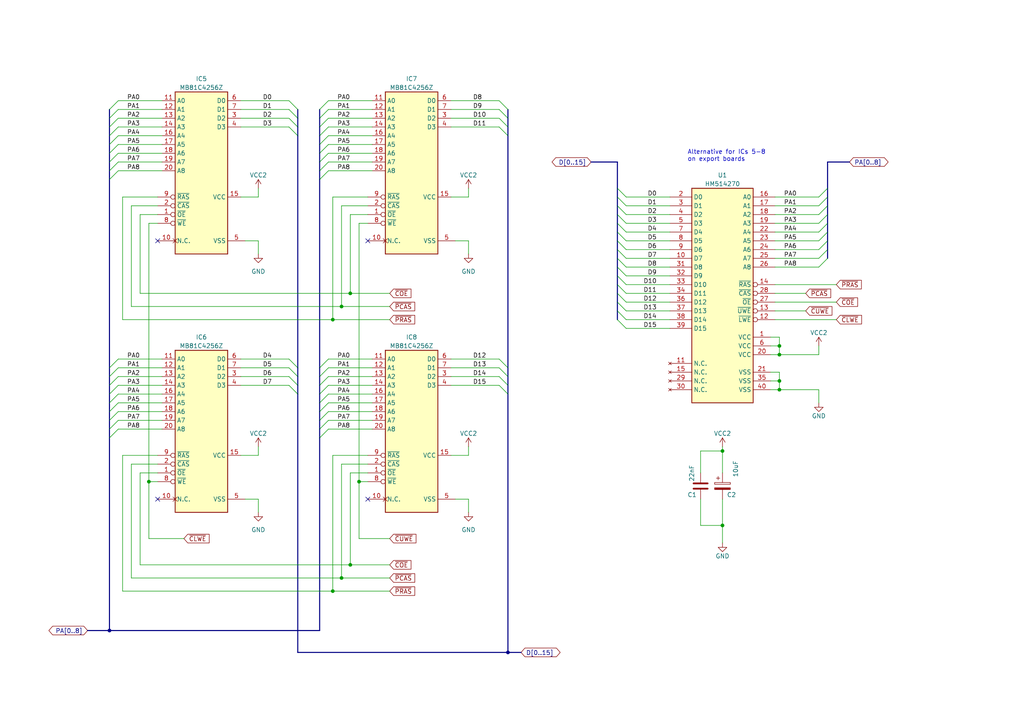
<source format=kicad_sch>
(kicad_sch (version 20230121) (generator eeschema)
  (paper "A4")
  (lib_symbols
    (symbol "Device:C" (pin_numbers hide) (pin_names (offset 0.254))
      (property "Reference" "C" (at 0.635 2.54 0))
      (property "Value" "C" (at 0.635 -2.54 0))
      (symbol "C_0_1"
        (polyline (pts (xy -2.032 -0.762) (xy 2.032 -0.762)) (stroke (width 0.508)))
        (polyline (pts (xy -2.032 0.762) (xy 2.032 0.762)) (stroke (width 0.508)))
      )
      (symbol "C_1_1"
        (pin passive line (at 0 3.81 270) (length 2.794) (name "~") (number "1"))
        (pin passive line (at 0 -3.81 90) (length 2.794) (name "~") (number "2"))
      )
    )
    (symbol "Device:C_Polarized" (pin_numbers hide) (pin_names (offset 0.254))
      (property "Reference" "C" (at 0.635 2.54 0))
      (property "Value" "C_Polarized" (at 0.635 -2.54 0))
      (symbol "C_Polarized_0_1"
        (rectangle (start -2.286 0.508) (end 2.286 1.016))
        (polyline (pts (xy -1.778 2.286) (xy -0.762 2.286)))
        (polyline (pts (xy -1.27 2.794) (xy -1.27 1.778)))
        (rectangle (start 2.286 -0.508) (end -2.286 -1.016) (fill (type outline)))
      )
      (symbol "C_Polarized_1_1"
        (pin passive line (at 0 3.81 270) (length 2.794) (name "~") (number "1"))
        (pin passive line (at 0 -3.81 90) (length 2.794) (name "~") (number "2"))
      )
    )
    (symbol "MegaCD_Library:HM514270"
      (property "Reference" "U" (at 0 36.83 0))
      (property "Value" "HM514270" (at 3.81 34.29 0))
      (symbol "HM514270_0_1"
        (rectangle (start -8.89 33.02) (end 8.89 -29.21) (stroke (width 0.254)) (fill (type background)))
      )
      (symbol "HM514270_1_1"
        (pin power_in line (at 13.97 -10.16 180) (length 5.08) (name "VCC") (number "1"))
        (pin tri_state line (at -15.24 12.7 0) (length 6.35) (name "D7") (number "10"))
        (pin no_connect line (at -15.24 -17.78 0) (length 6.35) (name "N.C.") (number "11"))
        (pin input inverted (at 15.24 -5.08 180) (length 6.35) (name "~{LWE}") (number "12"))
        (pin input inverted (at 15.24 -2.54 180) (length 6.35) (name "~{UWE}") (number "13"))
        (pin input inverted (at 15.24 5.08 180) (length 6.35) (name "~{RAS}") (number "14"))
        (pin no_connect line (at -15.24 -20.32 0) (length 6.35) (name "N.C.") (number "15"))
        (pin input line (at 15.24 30.48 180) (length 6.35) (name "A0") (number "16"))
        (pin input line (at 15.24 27.94 180) (length 6.35) (name "A1") (number "17"))
        (pin input line (at 15.24 25.4 180) (length 6.35) (name "A2") (number "18"))
        (pin input line (at 15.24 22.86 180) (length 6.35) (name "A3") (number "19"))
        (pin tri_state line (at -15.24 30.48 0) (length 6.35) (name "D0") (number "2"))
        (pin power_in line (at 13.97 -15.24 180) (length 5.08) (name "VCC") (number "20"))
        (pin power_in line (at 13.97 -20.32 180) (length 5.08) (name "VSS") (number "21"))
        (pin input line (at 15.24 20.32 180) (length 6.35) (name "A4") (number "22"))
        (pin input line (at 15.24 17.78 180) (length 6.35) (name "A5") (number "23"))
        (pin input line (at 15.24 15.24 180) (length 6.35) (name "A6") (number "24"))
        (pin input line (at 15.24 12.7 180) (length 6.35) (name "A7") (number "25"))
        (pin input line (at 15.24 10.16 180) (length 6.35) (name "A8") (number "26"))
        (pin input inverted (at 15.24 0 180) (length 6.35) (name "~{OE}") (number "27"))
        (pin input inverted (at 15.24 2.54 180) (length 6.35) (name "~{CAS}") (number "28"))
        (pin no_connect line (at -15.24 -22.86 0) (length 6.35) (name "N.C.") (number "29"))
        (pin tri_state line (at -15.24 27.94 0) (length 6.35) (name "D1") (number "3"))
        (pin no_connect line (at -15.24 -25.4 0) (length 6.35) (name "N.C.") (number "30"))
        (pin tri_state line (at -15.24 10.16 0) (length 6.35) (name "D8") (number "31"))
        (pin tri_state line (at -15.24 7.62 0) (length 6.35) (name "D9") (number "32"))
        (pin tri_state line (at -15.24 5.08 0) (length 6.35) (name "D10") (number "33"))
        (pin tri_state line (at -15.24 2.54 0) (length 6.35) (name "D11") (number "34"))
        (pin power_in line (at 13.97 -22.86 180) (length 5.08) (name "VSS") (number "35"))
        (pin tri_state line (at -15.24 0 0) (length 6.35) (name "D12") (number "36"))
        (pin tri_state line (at -15.24 -2.54 0) (length 6.35) (name "D13") (number "37"))
        (pin tri_state line (at -15.24 -5.08 0) (length 6.35) (name "D14") (number "38"))
        (pin tri_state line (at -15.24 -7.62 0) (length 6.35) (name "D15") (number "39"))
        (pin tri_state line (at -15.24 25.4 0) (length 6.35) (name "D2") (number "4"))
        (pin power_in line (at 13.97 -25.4 180) (length 5.08) (name "VSS") (number "40"))
        (pin tri_state line (at -15.24 22.86 0) (length 6.35) (name "D3") (number "5"))
        (pin power_in line (at 13.97 -12.7 180) (length 5.08) (name "VCC") (number "6"))
        (pin tri_state line (at -15.24 20.32 0) (length 6.35) (name "D4") (number "7"))
        (pin tri_state line (at -15.24 17.78 0) (length 6.35) (name "D5") (number "8"))
        (pin tri_state line (at -15.24 15.24 0) (length 6.35) (name "D6") (number "9"))
      )
    )
    (symbol "MegaCD_Library:MB81C4256Z"
      (property "Reference" "U" (at -1.27 30.48 0))
      (property "Value" "MB81C4256Z" (at -7.62 27.94 0))
      (symbol "MB81C4256Z_0_1"
        (rectangle (start -7.62 25.4) (end 7.62 -21.59) (stroke (width 0.254)) (fill (type background)))
      )
      (symbol "MB81C4256Z_1_0"
        (pin power_in line (at 11.43 -5.08 180) (length 3.81) (name "VCC") (number "15"))
        (pin power_in line (at 12.7 -17.78 180) (length 5.08) (name "VSS") (number "5"))
      )
      (symbol "MB81C4256Z_1_1"
        (pin input inverted (at -12.7 -10.16 0) (length 5.08) (name "~{OE}") (number "1"))
        (pin input non_logic (at -12.7 -17.78 0) (length 5.08) (name "N.C.") (number "10"))
        (pin input line (at -11.43 22.86 0) (length 3.81) (name "A0") (number "11"))
        (pin input line (at -11.43 20.32 0) (length 3.81) (name "A1") (number "12"))
        (pin input line (at -11.43 17.78 0) (length 3.81) (name "A2") (number "13"))
        (pin input line (at -11.43 15.24 0) (length 3.81) (name "A3") (number "14"))
        (pin input line (at -11.43 12.7 0) (length 3.81) (name "A4") (number "16"))
        (pin input line (at -11.43 10.16 0) (length 3.81) (name "A5") (number "17"))
        (pin input line (at -11.43 7.62 0) (length 3.81) (name "A6") (number "18"))
        (pin input line (at -11.43 5.08 0) (length 3.81) (name "A7") (number "19"))
        (pin input inverted (at -12.7 -7.62 0) (length 5.08) (name "~{CAS}") (number "2"))
        (pin input line (at -11.43 2.54 0) (length 3.81) (name "A8") (number "20"))
        (pin tri_state line (at 11.43 17.78 180) (length 3.81) (name "D2") (number "3"))
        (pin tri_state line (at 11.43 15.24 180) (length 3.81) (name "D3") (number "4"))
        (pin tri_state line (at 11.43 22.86 180) (length 3.81) (name "D0") (number "6"))
        (pin tri_state line (at 11.43 20.32 180) (length 3.81) (name "D1") (number "7"))
        (pin input inverted (at -12.7 -12.7 0) (length 5.08) (name "~{WE}") (number "8"))
        (pin input inverted (at -12.7 -5.08 0) (length 5.08) (name "~{RAS}") (number "9"))
      )
    )
    (symbol "power:GND" (power) (pin_names (offset 0))
      (property "Value" "GND" (at 0 -3.81 0))
      (symbol "GND_0_1"
        (polyline (pts (xy 0 0) (xy 0 -1.27) (xy 1.27 -1.27) (xy 0 -2.54) (xy -1.27 -1.27) (xy 0 -1.27)))
      )
      (symbol "GND_1_1"
        (pin power_in line (at 0 0 270) (length 0) hide (name "GND") (number "1"))
      )
    )
    (symbol "power:VCC" (power) (pin_names (offset 0))
      (property "Value" "VCC2" (at 0 3.81 0))
      (symbol "VCC_0_1"
        (polyline (pts (xy -0.762 1.27) (xy 0 2.54)))
        (polyline (pts (xy 0 0) (xy 0 2.54)))
        (polyline (pts (xy 0 2.54) (xy 0.762 1.27)))
      )
      (symbol "VCC_1_1"
        (pin power_in line (at 0 0 90) (length 0) hide (name "VCC2") (number "1"))
      )
    )
  )
  (junction (at 209.55 152.4))
  (junction (at 96.52 92.71))
  (junction (at 226.06 102.87))
  (junction (at 101.6 163.83))
  (junction (at 99.06 167.64))
  (junction (at 226.06 113.03))
  (junction (at 209.55 130.81))
  (junction (at 147.32 189.23))
  (junction (at 226.06 110.49))
  (junction (at 43.18 139.7))
  (junction (at 226.06 100.33))
  (junction (at 101.6 85.09))
  (junction (at 99.06 88.9))
  (junction (at 96.52 171.45))
  (junction (at 31.75 182.88))
  (junction (at 104.14 139.7))
  (no_connect (at 106.68 69.85))
  (no_connect (at 106.68 144.78))
  (no_connect (at 45.72 144.78))
  (no_connect (at 45.72 69.85))
  (bus_entry (at 86.36 109.22) (size -2.54 -2.54))
  (bus_entry (at 237.49 74.93) (size 2.54 -2.54))
  (bus_entry (at 92.71 34.29) (size 2.54 -2.54))
  (bus_entry (at 147.32 39.37) (size -2.54 -2.54))
  (bus_entry (at 147.32 114.3) (size -2.54 -2.54))
  (bus_entry (at 31.75 44.45) (size 2.54 -2.54))
  (bus_entry (at 86.36 106.68) (size -2.54 -2.54))
  (bus_entry (at 147.32 34.29) (size -2.54 -2.54))
  (bus_entry (at 31.75 34.29) (size 2.54 -2.54))
  (bus_entry (at 92.71 44.45) (size 2.54 -2.54))
  (bus_entry (at 86.36 111.76) (size -2.54 -2.54))
  (bus_entry (at 31.75 111.76) (size 2.54 -2.54))
  (bus_entry (at 92.71 52.07) (size 2.54 -2.54))
  (bus_entry (at 31.75 127) (size 2.54 -2.54))
  (bus_entry (at 92.71 127) (size 2.54 -2.54))
  (bus_entry (at 86.36 31.75) (size -2.54 -2.54))
  (bus_entry (at 92.71 106.68) (size 2.54 -2.54))
  (bus_entry (at 86.36 36.83) (size -2.54 -2.54))
  (bus_entry (at 181.61 57.15) (size -2.54 -2.54))
  (bus_entry (at 92.71 116.84) (size 2.54 -2.54))
  (bus_entry (at 237.49 57.15) (size 2.54 -2.54))
  (bus_entry (at 92.71 114.3) (size 2.54 -2.54))
  (bus_entry (at 237.49 62.23) (size 2.54 -2.54))
  (bus_entry (at 31.75 52.07) (size 2.54 -2.54))
  (bus_entry (at 181.61 80.01) (size -2.54 -2.54))
  (bus_entry (at 92.71 39.37) (size 2.54 -2.54))
  (bus_entry (at 147.32 36.83) (size -2.54 -2.54))
  (bus_entry (at 181.61 95.25) (size -2.54 -2.54))
  (bus_entry (at 31.75 46.99) (size 2.54 -2.54))
  (bus_entry (at 92.71 36.83) (size 2.54 -2.54))
  (bus_entry (at 92.71 41.91) (size 2.54 -2.54))
  (bus_entry (at 31.75 41.91) (size 2.54 -2.54))
  (bus_entry (at 181.61 62.23) (size -2.54 -2.54))
  (bus_entry (at 86.36 34.29) (size -2.54 -2.54))
  (bus_entry (at 147.32 111.76) (size -2.54 -2.54))
  (bus_entry (at 31.75 36.83) (size 2.54 -2.54))
  (bus_entry (at 31.75 119.38) (size 2.54 -2.54))
  (bus_entry (at 181.61 69.85) (size -2.54 -2.54))
  (bus_entry (at 237.49 64.77) (size 2.54 -2.54))
  (bus_entry (at 92.71 124.46) (size 2.54 -2.54))
  (bus_entry (at 147.32 109.22) (size -2.54 -2.54))
  (bus_entry (at 181.61 77.47) (size -2.54 -2.54))
  (bus_entry (at 92.71 119.38) (size 2.54 -2.54))
  (bus_entry (at 31.75 116.84) (size 2.54 -2.54))
  (bus_entry (at 181.61 72.39) (size -2.54 -2.54))
  (bus_entry (at 237.49 69.85) (size 2.54 -2.54))
  (bus_entry (at 31.75 31.75) (size 2.54 -2.54))
  (bus_entry (at 86.36 39.37) (size -2.54 -2.54))
  (bus_entry (at 181.61 59.69) (size -2.54 -2.54))
  (bus_entry (at 31.75 49.53) (size 2.54 -2.54))
  (bus_entry (at 237.49 72.39) (size 2.54 -2.54))
  (bus_entry (at 181.61 67.31) (size -2.54 -2.54))
  (bus_entry (at 181.61 82.55) (size -2.54 -2.54))
  (bus_entry (at 237.49 77.47) (size 2.54 -2.54))
  (bus_entry (at 237.49 67.31) (size 2.54 -2.54))
  (bus_entry (at 31.75 109.22) (size 2.54 -2.54))
  (bus_entry (at 237.49 59.69) (size 2.54 -2.54))
  (bus_entry (at 92.71 31.75) (size 2.54 -2.54))
  (bus_entry (at 181.61 87.63) (size -2.54 -2.54))
  (bus_entry (at 181.61 90.17) (size -2.54 -2.54))
  (bus_entry (at 181.61 85.09) (size -2.54 -2.54))
  (bus_entry (at 92.71 46.99) (size 2.54 -2.54))
  (bus_entry (at 181.61 92.71) (size -2.54 -2.54))
  (bus_entry (at 92.71 49.53) (size 2.54 -2.54))
  (bus_entry (at 31.75 124.46) (size 2.54 -2.54))
  (bus_entry (at 147.32 106.68) (size -2.54 -2.54))
  (bus_entry (at 86.36 114.3) (size -2.54 -2.54))
  (bus_entry (at 92.71 121.92) (size 2.54 -2.54))
  (bus_entry (at 31.75 114.3) (size 2.54 -2.54))
  (bus_entry (at 181.61 74.93) (size -2.54 -2.54))
  (bus_entry (at 92.71 109.22) (size 2.54 -2.54))
  (bus_entry (at 31.75 39.37) (size 2.54 -2.54))
  (bus_entry (at 181.61 64.77) (size -2.54 -2.54))
  (bus_entry (at 31.75 121.92) (size 2.54 -2.54))
  (bus_entry (at 147.32 31.75) (size -2.54 -2.54))
  (bus_entry (at 92.71 111.76) (size 2.54 -2.54))
  (bus_entry (at 31.75 106.68) (size 2.54 -2.54))
  (wire (pts (xy 69.85 109.22) (xy 83.82 109.22)))
  (wire (pts (xy 34.29 114.3) (xy 46.99 114.3)))
  (wire (pts (xy 209.55 144.78) (xy 209.55 152.4)))
  (wire (pts (xy 181.61 69.85) (xy 194.31 69.85)))
  (wire (pts (xy 40.64 85.09) (xy 40.64 62.23)))
  (wire (pts (xy 99.06 88.9) (xy 113.03 88.9)))
  (wire (pts (xy 69.85 111.76) (xy 83.82 111.76)))
  (wire (pts (xy 224.79 62.23) (xy 237.49 62.23)))
  (wire (pts (xy 106.68 59.69) (xy 99.06 59.69)))
  (wire (pts (xy 69.85 57.15) (xy 74.93 57.15)))
  (wire (pts (xy 113.03 171.45) (xy 96.52 171.45)))
  (bus (pts (xy 31.75 124.46) (xy 31.75 127)))
  (bus (pts (xy 31.75 114.3) (xy 31.75 116.84)))
  (wire (pts (xy 95.25 44.45) (xy 107.95 44.45)))
  (bus (pts (xy 179.07 72.39) (xy 179.07 69.85)))
  (wire (pts (xy 38.1 134.62) (xy 38.1 167.64)))
  (bus (pts (xy 147.32 31.75) (xy 147.32 34.29)))
  (wire (pts (xy 135.89 69.85) (xy 135.89 73.66)))
  (bus (pts (xy 92.71 106.68) (xy 92.71 109.22)))
  (wire (pts (xy 203.2 130.81) (xy 203.2 137.16)))
  (wire (pts (xy 130.81 132.08) (xy 135.89 132.08)))
  (bus (pts (xy 179.07 67.31) (xy 179.07 64.77)))
  (bus (pts (xy 31.75 41.91) (xy 31.75 44.45)))
  (wire (pts (xy 34.29 116.84) (xy 46.99 116.84)))
  (bus (pts (xy 92.71 52.07) (xy 92.71 106.68)))
  (wire (pts (xy 209.55 130.81) (xy 209.55 137.16)))
  (wire (pts (xy 224.79 74.93) (xy 237.49 74.93)))
  (bus (pts (xy 240.03 59.69) (xy 240.03 62.23)))
  (bus (pts (xy 86.36 31.75) (xy 86.36 34.29)))
  (wire (pts (xy 95.25 39.37) (xy 107.95 39.37)))
  (bus (pts (xy 92.71 46.99) (xy 92.71 49.53)))
  (wire (pts (xy 101.6 137.16) (xy 106.68 137.16)))
  (bus (pts (xy 240.03 69.85) (xy 240.03 72.39)))
  (wire (pts (xy 130.81 109.22) (xy 144.78 109.22)))
  (bus (pts (xy 179.07 90.17) (xy 179.07 87.63)))
  (bus (pts (xy 86.36 36.83) (xy 86.36 39.37)))
  (bus (pts (xy 86.36 111.76) (xy 86.36 114.3)))
  (wire (pts (xy 104.14 64.77) (xy 104.14 139.7)))
  (bus (pts (xy 147.32 114.3) (xy 147.32 189.23)))
  (bus (pts (xy 92.71 119.38) (xy 92.71 121.92)))
  (bus (pts (xy 92.71 124.46) (xy 92.71 127)))
  (wire (pts (xy 130.81 36.83) (xy 144.78 36.83)))
  (wire (pts (xy 224.79 57.15) (xy 237.49 57.15)))
  (bus (pts (xy 31.75 49.53) (xy 31.75 52.07)))
  (wire (pts (xy 95.25 46.99) (xy 107.95 46.99)))
  (bus (pts (xy 179.07 85.09) (xy 179.07 82.55)))
  (wire (pts (xy 181.61 82.55) (xy 194.31 82.55)))
  (wire (pts (xy 71.12 69.85) (xy 74.93 69.85)))
  (bus (pts (xy 240.03 64.77) (xy 240.03 67.31)))
  (wire (pts (xy 34.29 121.92) (xy 46.99 121.92)))
  (wire (pts (xy 135.89 144.78) (xy 135.89 148.59)))
  (bus (pts (xy 179.07 57.15) (xy 179.07 54.61)))
  (bus (pts (xy 240.03 46.99) (xy 240.03 54.61)))
  (wire (pts (xy 95.25 121.92) (xy 107.95 121.92)))
  (wire (pts (xy 223.52 100.33) (xy 226.06 100.33)))
  (wire (pts (xy 38.1 167.64) (xy 99.06 167.64)))
  (wire (pts (xy 96.52 171.45) (xy 35.56 171.45)))
  (wire (pts (xy 101.6 85.09) (xy 40.64 85.09)))
  (bus (pts (xy 179.07 62.23) (xy 179.07 59.69)))
  (wire (pts (xy 106.68 62.23) (xy 101.6 62.23)))
  (wire (pts (xy 181.61 64.77) (xy 194.31 64.77)))
  (bus (pts (xy 147.32 189.23) (xy 151.13 189.23)))
  (bus (pts (xy 147.32 34.29) (xy 147.32 36.83)))
  (wire (pts (xy 35.56 57.15) (xy 45.72 57.15)))
  (bus (pts (xy 179.07 74.93) (xy 179.07 72.39)))
  (bus (pts (xy 147.32 106.68) (xy 147.32 109.22)))
  (bus (pts (xy 92.71 114.3) (xy 92.71 116.84)))
  (wire (pts (xy 95.25 49.53) (xy 107.95 49.53)))
  (wire (pts (xy 101.6 85.09) (xy 113.03 85.09)))
  (wire (pts (xy 99.06 134.62) (xy 106.68 134.62)))
  (bus (pts (xy 92.71 44.45) (xy 92.71 46.99)))
  (bus (pts (xy 31.75 121.92) (xy 31.75 124.46)))
  (wire (pts (xy 99.06 59.69) (xy 99.06 88.9)))
  (wire (pts (xy 113.03 156.21) (xy 104.14 156.21)))
  (wire (pts (xy 224.79 64.77) (xy 237.49 64.77)))
  (wire (pts (xy 34.29 106.68) (xy 46.99 106.68)))
  (wire (pts (xy 181.61 59.69) (xy 194.31 59.69)))
  (wire (pts (xy 132.08 69.85) (xy 135.89 69.85)))
  (wire (pts (xy 38.1 59.69) (xy 38.1 88.9)))
  (wire (pts (xy 95.25 36.83) (xy 107.95 36.83)))
  (wire (pts (xy 69.85 34.29) (xy 83.82 34.29)))
  (wire (pts (xy 130.81 34.29) (xy 144.78 34.29)))
  (wire (pts (xy 95.25 106.68) (xy 107.95 106.68)))
  (wire (pts (xy 95.25 116.84) (xy 107.95 116.84)))
  (wire (pts (xy 181.61 72.39) (xy 194.31 72.39)))
  (wire (pts (xy 224.79 82.55) (xy 242.57 82.55)))
  (wire (pts (xy 34.29 44.45) (xy 46.99 44.45)))
  (wire (pts (xy 95.25 124.46) (xy 107.95 124.46)))
  (wire (pts (xy 95.25 114.3) (xy 107.95 114.3)))
  (bus (pts (xy 31.75 182.88) (xy 92.71 182.88)))
  (wire (pts (xy 40.64 163.83) (xy 40.64 137.16)))
  (wire (pts (xy 130.81 106.68) (xy 144.78 106.68)))
  (wire (pts (xy 209.55 130.81) (xy 203.2 130.81)))
  (wire (pts (xy 226.06 102.87) (xy 226.06 100.33)))
  (wire (pts (xy 95.25 34.29) (xy 107.95 34.29)))
  (wire (pts (xy 35.56 171.45) (xy 35.56 132.08)))
  (wire (pts (xy 96.52 132.08) (xy 106.68 132.08)))
  (wire (pts (xy 135.89 132.08) (xy 135.89 129.54)))
  (bus (pts (xy 31.75 34.29) (xy 31.75 36.83)))
  (wire (pts (xy 96.52 132.08) (xy 96.52 171.45)))
  (wire (pts (xy 95.25 104.14) (xy 107.95 104.14)))
  (bus (pts (xy 86.36 109.22) (xy 86.36 111.76)))
  (wire (pts (xy 34.29 46.99) (xy 46.99 46.99)))
  (bus (pts (xy 240.03 54.61) (xy 240.03 57.15)))
  (wire (pts (xy 224.79 92.71) (xy 242.57 92.71)))
  (wire (pts (xy 224.79 87.63) (xy 242.57 87.63)))
  (wire (pts (xy 226.06 107.95) (xy 226.06 110.49)))
  (bus (pts (xy 179.07 77.47) (xy 179.07 74.93)))
  (bus (pts (xy 147.32 109.22) (xy 147.32 111.76)))
  (wire (pts (xy 34.29 39.37) (xy 46.99 39.37)))
  (bus (pts (xy 92.71 116.84) (xy 92.71 119.38)))
  (bus (pts (xy 31.75 109.22) (xy 31.75 111.76)))
  (bus (pts (xy 92.71 39.37) (xy 92.71 41.91)))
  (wire (pts (xy 130.81 111.76) (xy 144.78 111.76)))
  (wire (pts (xy 69.85 31.75) (xy 83.82 31.75)))
  (wire (pts (xy 181.61 67.31) (xy 194.31 67.31)))
  (wire (pts (xy 223.52 97.79) (xy 226.06 97.79)))
  (bus (pts (xy 240.03 67.31) (xy 240.03 69.85)))
  (bus (pts (xy 92.71 49.53) (xy 92.71 52.07)))
  (wire (pts (xy 34.29 34.29) (xy 46.99 34.29)))
  (wire (pts (xy 104.14 139.7) (xy 106.68 139.7)))
  (wire (pts (xy 181.61 95.25) (xy 194.31 95.25)))
  (wire (pts (xy 226.06 113.03) (xy 223.52 113.03)))
  (wire (pts (xy 96.52 57.15) (xy 106.68 57.15)))
  (bus (pts (xy 92.71 109.22) (xy 92.71 111.76)))
  (wire (pts (xy 113.03 92.71) (xy 96.52 92.71)))
  (wire (pts (xy 35.56 132.08) (xy 45.72 132.08)))
  (bus (pts (xy 31.75 52.07) (xy 31.75 106.68)))
  (wire (pts (xy 224.79 69.85) (xy 237.49 69.85)))
  (wire (pts (xy 45.72 59.69) (xy 38.1 59.69)))
  (wire (pts (xy 130.81 31.75) (xy 144.78 31.75)))
  (bus (pts (xy 240.03 72.39) (xy 240.03 74.93)))
  (bus (pts (xy 147.32 39.37) (xy 147.32 106.68)))
  (wire (pts (xy 74.93 132.08) (xy 74.93 129.54)))
  (wire (pts (xy 99.06 134.62) (xy 99.06 167.64)))
  (wire (pts (xy 209.55 152.4) (xy 209.55 157.48)))
  (wire (pts (xy 99.06 167.64) (xy 113.03 167.64)))
  (bus (pts (xy 31.75 116.84) (xy 31.75 119.38)))
  (wire (pts (xy 226.06 110.49) (xy 226.06 113.03)))
  (wire (pts (xy 181.61 77.47) (xy 194.31 77.47)))
  (wire (pts (xy 181.61 74.93) (xy 194.31 74.93)))
  (bus (pts (xy 92.71 121.92) (xy 92.71 124.46)))
  (bus (pts (xy 86.36 106.68) (xy 86.36 109.22)))
  (bus (pts (xy 240.03 62.23) (xy 240.03 64.77)))
  (wire (pts (xy 226.06 102.87) (xy 237.49 102.87)))
  (bus (pts (xy 179.07 80.01) (xy 179.07 77.47)))
  (bus (pts (xy 31.75 39.37) (xy 31.75 41.91)))
  (wire (pts (xy 132.08 144.78) (xy 135.89 144.78)))
  (wire (pts (xy 69.85 36.83) (xy 83.82 36.83)))
  (wire (pts (xy 237.49 100.33) (xy 237.49 102.87)))
  (wire (pts (xy 96.52 92.71) (xy 35.56 92.71)))
  (wire (pts (xy 224.79 90.17) (xy 233.68 90.17)))
  (wire (pts (xy 209.55 130.81) (xy 209.55 129.54)))
  (wire (pts (xy 223.52 107.95) (xy 226.06 107.95)))
  (bus (pts (xy 31.75 106.68) (xy 31.75 109.22)))
  (wire (pts (xy 203.2 144.78) (xy 203.2 152.4)))
  (wire (pts (xy 34.29 36.83) (xy 46.99 36.83)))
  (wire (pts (xy 130.81 104.14) (xy 144.78 104.14)))
  (wire (pts (xy 95.25 31.75) (xy 107.95 31.75)))
  (wire (pts (xy 226.06 102.87) (xy 223.52 102.87)))
  (wire (pts (xy 34.29 104.14) (xy 46.99 104.14)))
  (wire (pts (xy 69.85 132.08) (xy 74.93 132.08)))
  (bus (pts (xy 179.07 59.69) (xy 179.07 57.15)))
  (wire (pts (xy 95.25 119.38) (xy 107.95 119.38)))
  (wire (pts (xy 34.29 111.76) (xy 46.99 111.76)))
  (wire (pts (xy 40.64 62.23) (xy 45.72 62.23)))
  (bus (pts (xy 92.71 111.76) (xy 92.71 114.3)))
  (wire (pts (xy 69.85 29.21) (xy 83.82 29.21)))
  (bus (pts (xy 246.38 46.99) (xy 240.03 46.99)))
  (wire (pts (xy 101.6 137.16) (xy 101.6 163.83)))
  (wire (pts (xy 34.29 41.91) (xy 46.99 41.91)))
  (wire (pts (xy 69.85 104.14) (xy 83.82 104.14)))
  (wire (pts (xy 45.72 64.77) (xy 43.18 64.77)))
  (bus (pts (xy 147.32 111.76) (xy 147.32 114.3)))
  (wire (pts (xy 104.14 64.77) (xy 106.68 64.77)))
  (wire (pts (xy 35.56 92.71) (xy 35.56 57.15)))
  (wire (pts (xy 34.29 29.21) (xy 46.99 29.21)))
  (wire (pts (xy 43.18 64.77) (xy 43.18 139.7)))
  (bus (pts (xy 31.75 119.38) (xy 31.75 121.92)))
  (bus (pts (xy 179.07 54.61) (xy 179.07 46.99)))
  (bus (pts (xy 31.75 46.99) (xy 31.75 49.53)))
  (wire (pts (xy 181.61 57.15) (xy 194.31 57.15)))
  (bus (pts (xy 31.75 44.45) (xy 31.75 46.99)))
  (wire (pts (xy 224.79 59.69) (xy 237.49 59.69)))
  (wire (pts (xy 34.29 124.46) (xy 46.99 124.46)))
  (wire (pts (xy 226.06 113.03) (xy 237.49 113.03)))
  (wire (pts (xy 34.29 31.75) (xy 46.99 31.75)))
  (wire (pts (xy 95.25 109.22) (xy 107.95 109.22)))
  (wire (pts (xy 224.79 85.09) (xy 233.68 85.09)))
  (wire (pts (xy 181.61 87.63) (xy 194.31 87.63)))
  (wire (pts (xy 95.25 41.91) (xy 107.95 41.91)))
  (wire (pts (xy 130.81 57.15) (xy 135.89 57.15)))
  (bus (pts (xy 179.07 82.55) (xy 179.07 80.01)))
  (wire (pts (xy 34.29 49.53) (xy 46.99 49.53)))
  (wire (pts (xy 74.93 69.85) (xy 74.93 73.66)))
  (bus (pts (xy 240.03 57.15) (xy 240.03 59.69)))
  (bus (pts (xy 31.75 36.83) (xy 31.75 39.37)))
  (wire (pts (xy 224.79 72.39) (xy 237.49 72.39)))
  (bus (pts (xy 92.71 36.83) (xy 92.71 39.37)))
  (wire (pts (xy 181.61 90.17) (xy 194.31 90.17)))
  (wire (pts (xy 34.29 109.22) (xy 46.99 109.22)))
  (wire (pts (xy 43.18 156.21) (xy 53.34 156.21)))
  (wire (pts (xy 101.6 62.23) (xy 101.6 85.09)))
  (wire (pts (xy 181.61 80.01) (xy 194.31 80.01)))
  (wire (pts (xy 96.52 92.71) (xy 96.52 57.15)))
  (wire (pts (xy 181.61 62.23) (xy 194.31 62.23)))
  (bus (pts (xy 86.36 114.3) (xy 86.36 189.23)))
  (wire (pts (xy 237.49 113.03) (xy 237.49 116.84)))
  (wire (pts (xy 224.79 67.31) (xy 237.49 67.31)))
  (bus (pts (xy 31.75 127) (xy 31.75 182.88)))
  (bus (pts (xy 179.07 64.77) (xy 179.07 62.23)))
  (bus (pts (xy 86.36 39.37) (xy 86.36 106.68)))
  (bus (pts (xy 92.71 127) (xy 92.71 182.88)))
  (bus (pts (xy 179.07 87.63) (xy 179.07 85.09)))
  (wire (pts (xy 101.6 163.83) (xy 113.03 163.83)))
  (wire (pts (xy 203.2 152.4) (xy 209.55 152.4)))
  (wire (pts (xy 101.6 163.83) (xy 40.64 163.83)))
  (wire (pts (xy 34.29 119.38) (xy 46.99 119.38)))
  (wire (pts (xy 69.85 106.68) (xy 83.82 106.68)))
  (bus (pts (xy 92.71 34.29) (xy 92.71 36.83)))
  (wire (pts (xy 74.93 144.78) (xy 74.93 148.59)))
  (wire (pts (xy 38.1 88.9) (xy 99.06 88.9)))
  (bus (pts (xy 31.75 111.76) (xy 31.75 114.3)))
  (bus (pts (xy 179.07 92.71) (xy 179.07 90.17)))
  (wire (pts (xy 130.81 29.21) (xy 144.78 29.21)))
  (wire (pts (xy 226.06 97.79) (xy 226.06 100.33)))
  (bus (pts (xy 86.36 189.23) (xy 147.32 189.23)))
  (wire (pts (xy 224.79 77.47) (xy 237.49 77.47)))
  (wire (pts (xy 104.14 156.21) (xy 104.14 139.7)))
  (wire (pts (xy 223.52 110.49) (xy 226.06 110.49)))
  (bus (pts (xy 86.36 34.29) (xy 86.36 36.83)))
  (wire (pts (xy 95.25 29.21) (xy 107.95 29.21)))
  (wire (pts (xy 45.72 134.62) (xy 38.1 134.62)))
  (wire (pts (xy 95.25 111.76) (xy 107.95 111.76)))
  (bus (pts (xy 25.4 182.88) (xy 31.75 182.88)))
  (bus (pts (xy 92.71 41.91) (xy 92.71 44.45)))
  (bus (pts (xy 179.07 69.85) (xy 179.07 67.31)))
  (bus (pts (xy 147.32 36.83) (xy 147.32 39.37)))
  (bus (pts (xy 92.71 31.75) (xy 92.71 34.29)))
  (wire (pts (xy 40.64 137.16) (xy 45.72 137.16)))
  (wire (pts (xy 45.72 139.7) (xy 43.18 139.7)))
  (wire (pts (xy 181.61 92.71) (xy 194.31 92.71)))
  (wire (pts (xy 74.93 57.15) (xy 74.93 54.61)))
  (bus (pts (xy 31.75 31.75) (xy 31.75 34.29)))
  (bus (pts (xy 179.07 46.99) (xy 171.45 46.99)))
  (wire (pts (xy 135.89 57.15) (xy 135.89 54.61)))
  (wire (pts (xy 43.18 139.7) (xy 43.18 156.21)))
  (wire (pts (xy 71.12 144.78) (xy 74.93 144.78)))
  (wire (pts (xy 181.61 85.09) (xy 194.31 85.09)))
  (text "Alternative for ICs 5-8\non export boards" (at 199.39 46.99 0) (effects (font (size 1.27 1.27)) (justify left bottom)))
  (label "PA0" (at 97.79 29.21 0))
  (label "PA1" (at 97.79 106.68 0))
  (label "PA1" (at 227.33 59.69 0))
  (label "D9" (at 137.16 31.75 0))
  (label "D14" (at 137.16 109.22 0))
  (label "PA4" (at 227.33 67.31 0))
  (label "PA1" (at 97.79 31.75 0))
  (label "PA6" (at 36.83 119.38 0))
  (label "PA5" (at 97.79 116.84 0))
  (label "PA3" (at 36.83 36.83 0))
  (label "PA7" (at 97.79 46.99 0))
  (label "D7" (at 190.5 74.93 180))
  (label "D3" (at 190.5 64.77 180))
  (label "PA0" (at 227.33 57.15 0))
  (label "PA8" (at 36.83 49.53 0))
  (label "D15" (at 190.5 95.25 180))
  (label "D12" (at 137.16 104.14 0))
  (label "PA2" (at 36.83 109.22 0))
  (label "D11" (at 190.5 85.09 180))
  (label "PA3" (at 97.79 36.83 0))
  (label "PA8" (at 97.79 124.46 0))
  (label "D1" (at 76.2 31.75 0))
  (label "PA8" (at 36.83 124.46 0))
  (label "PA6" (at 227.33 72.39 0))
  (label "PA4" (at 97.79 114.3 0))
  (label "PA4" (at 36.83 114.3 0))
  (label "PA1" (at 36.83 106.68 0))
  (label "D6" (at 76.2 109.22 0))
  (label "PA5" (at 36.83 41.91 0))
  (label "PA6" (at 36.83 44.45 0))
  (label "PA4" (at 36.83 39.37 0))
  (label "D12" (at 190.5 87.63 180))
  (label "D10" (at 190.5 82.55 180))
  (label "PA4" (at 97.79 39.37 0))
  (label "PA5" (at 227.33 69.85 0))
  (label "PA2" (at 36.83 34.29 0))
  (label "PA3" (at 36.83 111.76 0))
  (label "PA8" (at 227.33 77.47 0))
  (label "PA5" (at 36.83 116.84 0))
  (label "D1" (at 190.5 59.69 180))
  (label "D10" (at 137.16 34.29 0))
  (label "PA7" (at 36.83 121.92 0))
  (label "D15" (at 137.16 111.76 0))
  (label "PA2" (at 97.79 34.29 0))
  (label "D3" (at 76.2 36.83 0))
  (label "D9" (at 190.5 80.01 180))
  (label "D4" (at 190.5 67.31 180))
  (label "D2" (at 190.5 62.23 180))
  (label "PA7" (at 97.79 121.92 0))
  (label "D8" (at 190.5 77.47 180))
  (label "PA5" (at 97.79 41.91 0))
  (label "PA7" (at 36.83 46.99 0))
  (label "D14" (at 190.5 92.71 180))
  (label "PA1" (at 36.83 31.75 0))
  (label "PA2" (at 97.79 109.22 0))
  (label "PA2" (at 227.33 62.23 0))
  (label "D5" (at 190.5 69.85 180))
  (label "PA6" (at 97.79 44.45 0))
  (label "PA3" (at 227.33 64.77 0))
  (label "D2" (at 76.2 34.29 0))
  (label "PA0" (at 97.79 104.14 0))
  (label "D4" (at 76.2 104.14 0))
  (label "D0" (at 190.5 57.15 180))
  (label "D0" (at 76.2 29.21 0))
  (label "D13" (at 137.16 106.68 0))
  (label "D6" (at 190.5 72.39 180))
  (label "D5" (at 76.2 106.68 0))
  (label "PA0" (at 36.83 29.21 0))
  (label "D13" (at 190.5 90.17 180))
  (label "PA3" (at 97.79 111.76 0))
  (label "PA0" (at 36.83 104.14 0))
  (label "D11" (at 137.16 36.83 0))
  (label "PA7" (at 227.33 74.93 0))
  (label "D7" (at 76.2 111.76 0))
  (label "PA6" (at 97.79 119.38 0))
  (label "D8" (at 137.16 29.21 0))
  (label "PA8" (at 97.79 49.53 0))
  (global_label "~{CUWE}" (shape input) (at 233.68 90.17 0) (property "Intersheetrefs" "${INTERSHEET_REFS}" (effects hide)))
  (global_label "~{PRAS}" (shape input) (at 242.57 82.55 0) (property "Intersheetrefs" "${INTERSHEET_REFS}" (effects hide)))
  (global_label "~{COE}" (shape input) (at 242.57 87.63 0) (property "Intersheetrefs" "${INTERSHEET_REFS}" (effects hide)))
  (global_label "~{CLWE}" (shape input) (at 242.57 92.71 0) (property "Intersheetrefs" "${INTERSHEET_REFS}" (effects hide)))
  (global_label "~{PCAS}" (shape input) (at 113.03 88.9 0) (property "Intersheetrefs" "${INTERSHEET_REFS}" (effects hide)))
  (global_label "~{PRAS}" (shape input) (at 113.03 92.71 0) (property "Intersheetrefs" "${INTERSHEET_REFS}" (effects hide)))
  (global_label "~{COE}" (shape input) (at 113.03 163.83 0) (property "Intersheetrefs" "${INTERSHEET_REFS}" (effects hide)))
  (global_label "~{PRAS}" (shape input) (at 113.03 171.45 0) (property "Intersheetrefs" "${INTERSHEET_REFS}" (effects hide)))
  (global_label "~{CUWE}" (shape input) (at 113.03 156.21 0) (property "Intersheetrefs" "${INTERSHEET_REFS}" (effects hide)))
  (global_label "D[0..15]" (shape bidirectional) (at 171.45 46.99 180) (property "Intersheetrefs" "${INTERSHEET_REFS}" (effects hide)))
  (global_label "~{CLWE}" (shape input) (at 53.34 156.21 0) (property "Intersheetrefs" "${INTERSHEET_REFS}" (effects hide)))
  (global_label "PA[0..8]" (shape bidirectional) (at 25.4 182.88 180) (property "Intersheetrefs" "${INTERSHEET_REFS}" (effects hide)))
  (global_label "PA[0..8]" (shape bidirectional) (at 246.38 46.99 0) (property "Intersheetrefs" "${INTERSHEET_REFS}" (effects hide)))
  (global_label "~{COE}" (shape input) (at 113.03 85.09 0) (property "Intersheetrefs" "${INTERSHEET_REFS}" (effects hide)))
  (global_label "~{PCAS}" (shape input) (at 233.68 85.09 0) (property "Intersheetrefs" "${INTERSHEET_REFS}" (effects hide)))
  (global_label "~{PCAS}" (shape input) (at 113.03 167.64 0) (property "Intersheetrefs" "${INTERSHEET_REFS}" (effects hide)))
  (global_label "D[0..15]" (shape bidirectional) (at 151.13 189.23 0) (property "Intersheetrefs" "${INTERSHEET_REFS}" (effects hide)))
  (symbol (lib_id "power:VCC") (at 74.93 129.54 0) (unit 1)
    (property "Reference" "#PWR012" (effects hide))
    (property "Value" "VCC2" (at 74.93 125.73 0))
  )
  (symbol (lib_id "MegaCD_Library:MB81C4256Z") (at 119.38 127 0) (unit 1)
    (property "Reference" "IC8" (at 119.38 97.79 0))
    (property "Value" "MB81C4256Z" (at 119.38 100.33 0))
    (property "Footprint" "MegaCD_Footprints:ZIP-20-No-silk" (effects hide))
  )
  (symbol (lib_id "MegaCD_Library:MB81C4256Z") (at 119.38 52.07 0) (unit 1)
    (property "Reference" "IC7" (at 119.38 22.86 0))
    (property "Value" "MB81C4256Z" (at 119.38 25.4 0))
    (property "Footprint" "MegaCD_Footprints:ZIP-20-No-silk" (effects hide))
  )
  (symbol (lib_id "power:GND") (at 237.49 116.84 0) (unit 1)
    (property "Reference" "#PWR02" (effects hide))
    (property "Value" "GND" (at 237.49 120.65 0))
  )
  (symbol (lib_id "power:GND") (at 74.93 73.66 0) (unit 1)
    (property "Reference" "#PWR017" (effects hide))
    (property "Value" "GND" (at 74.93 78.74 0))
  )
  (symbol (lib_id "MegaCD_Library:MB81C4256Z") (at 58.42 52.07 0) (unit 1)
    (property "Reference" "IC5" (at 58.42 22.86 0))
    (property "Value" "MB81C4256Z" (at 58.42 25.4 0))
    (property "Footprint" "MegaCD_Footprints:ZIP-20-No-silk" (effects hide))
  )
  (symbol (lib_id "power:VCC") (at 209.55 129.54 0) (unit 1)
    (property "Reference" "#PWR071" (effects hide))
    (property "Value" "VCC2" (at 209.55 125.73 0))
  )
  (symbol (lib_id "power:VCC") (at 135.89 54.61 0) (unit 1)
    (property "Reference" "#PWR018" (effects hide))
    (property "Value" "VCC2" (at 135.89 50.8 0))
  )
  (symbol (lib_id "power:GND") (at 135.89 148.59 0) (unit 1)
    (property "Reference" "#PWR015" (effects hide))
    (property "Value" "GND" (at 135.89 153.67 0))
  )
  (symbol (lib_id "power:VCC") (at 135.89 129.54 0) (unit 1)
    (property "Reference" "#PWR014" (effects hide))
    (property "Value" "VCC2" (at 135.89 125.73 0))
  )
  (symbol (lib_id "power:GND") (at 209.55 157.48 0) (unit 1)
    (property "Reference" "#PWR070" (effects hide))
    (property "Value" "GND" (at 209.55 161.29 0))
  )
  (symbol (lib_id "power:GND") (at 135.89 73.66 0) (unit 1)
    (property "Reference" "#PWR019" (effects hide))
    (property "Value" "GND" (at 135.89 78.74 0))
  )
  (symbol (lib_id "power:GND") (at 74.93 148.59 0) (unit 1)
    (property "Reference" "#PWR013" (effects hide))
    (property "Value" "GND" (at 74.93 153.67 0))
  )
  (symbol (lib_id "MegaCD_Library:HM514270") (at 209.55 87.63 0) (unit 1)
    (property "Reference" "U1" (at 209.55 50.8 0))
    (property "Value" "HM514270" (at 209.55 53.34 0))
    (property "Footprint" "MegaCD_Footprints:SOJ-40" (effects hide))
  )
  (symbol (lib_id "MegaCD_Library:MB81C4256Z") (at 58.42 127 0) (unit 1)
    (property "Reference" "IC6" (at 58.42 97.79 0))
    (property "Value" "MB81C4256Z" (at 58.42 100.33 0))
    (property "Footprint" "MegaCD_Footprints:ZIP-20-No-silk" (effects hide))
  )
  (symbol (lib_id "Device:C_Polarized") (at 209.55 140.97 0) (unit 1)
    (property "Reference" "C2" (at 210.82 143.51 0) (effects (justify left)))
    (property "Value" "10uF" (at 213.36 138.43 90) (effects (justify left)))
    (property "Footprint" "Capacitor_THT:C_Disc_D3.0mm_W1.6mm_P2.50mm" (effects hide))
  )
  (symbol (lib_id "power:VCC") (at 237.49 100.33 0) (unit 1)
    (property "Reference" "#PWR01" (effects hide))
    (property "Value" "VCC2" (at 237.49 96.52 0))
  )
  (symbol (lib_id "Device:C") (at 203.2 140.97 0) (unit 1)
    (property "Reference" "C1" (at 199.39 143.51 0) (effects (justify left)))
    (property "Value" "22nF" (at 200.66 139.7 90) (effects (justify left)))
    (property "Footprint" "MegaCD_Footprints:SMD_0805_HandSolder" (effects hide))
  )
  (symbol (lib_id "power:VCC") (at 74.93 54.61 0) (unit 1)
    (property "Reference" "#PWR016" (effects hide))
    (property "Value" "VCC2" (at 74.93 50.8 0))
  )
)
</source>
